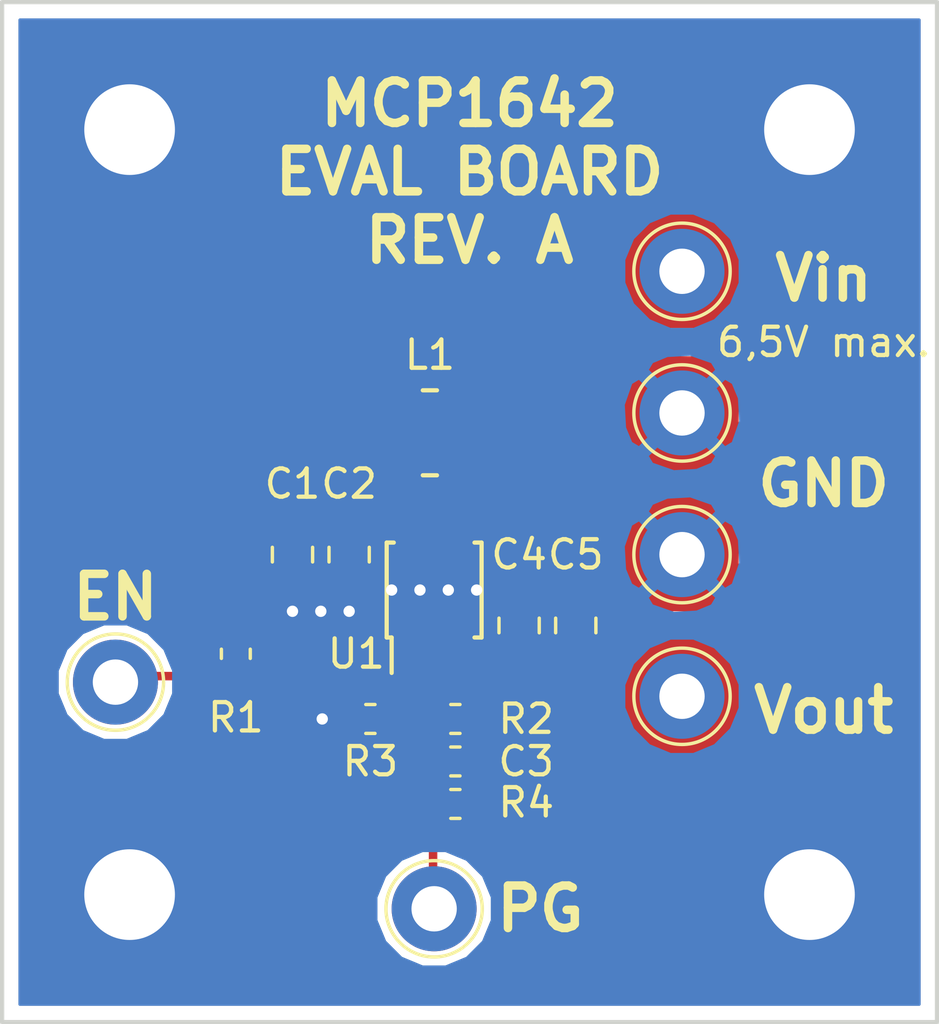
<source format=kicad_pcb>
(kicad_pcb (version 20171130) (host pcbnew 5.0.1)

  (general
    (thickness 1.6)
    (drawings 12)
    (tracks 28)
    (zones 0)
    (modules 22)
    (nets 8)
  )

  (page A4)
  (layers
    (0 F.Cu signal)
    (31 B.Cu signal)
    (32 B.Adhes user hide)
    (33 F.Adhes user hide)
    (34 B.Paste user hide)
    (35 F.Paste user hide)
    (36 B.SilkS user)
    (37 F.SilkS user)
    (38 B.Mask user)
    (39 F.Mask user)
    (40 Dwgs.User user hide)
    (41 Cmts.User user)
    (42 Eco1.User user hide)
    (43 Eco2.User user hide)
    (44 Edge.Cuts user)
    (45 Margin user)
    (46 B.CrtYd user)
    (47 F.CrtYd user)
    (48 B.Fab user hide)
    (49 F.Fab user hide)
  )

  (setup
    (last_trace_width 0.3)
    (user_trace_width 0.2)
    (user_trace_width 0.3)
    (user_trace_width 0.4)
    (user_trace_width 0.5)
    (user_trace_width 0.8)
    (user_trace_width 1)
    (user_trace_width 1.5)
    (user_trace_width 1.8)
    (trace_clearance 0.2)
    (zone_clearance 0.5)
    (zone_45_only no)
    (trace_min 0.2)
    (segment_width 0.2)
    (edge_width 0.15)
    (via_size 0.6)
    (via_drill 0.3)
    (via_min_size 0.45)
    (via_min_drill 0.2)
    (user_via 0.6 0.3)
    (user_via 0.8 0.4)
    (user_via 1 0.5)
    (user_via 1.2 0.6)
    (uvia_size 0.3)
    (uvia_drill 0.1)
    (uvias_allowed no)
    (uvia_min_size 0.2)
    (uvia_min_drill 0.1)
    (pcb_text_width 0.3)
    (pcb_text_size 1.5 1.5)
    (mod_edge_width 0.15)
    (mod_text_size 1 1)
    (mod_text_width 0.15)
    (pad_size 1.524 1.524)
    (pad_drill 0.762)
    (pad_to_mask_clearance 0.051)
    (solder_mask_min_width 0.25)
    (aux_axis_origin 0 0)
    (visible_elements 7FFFFF7F)
    (pcbplotparams
      (layerselection 0x010f0_ffffffff)
      (usegerberextensions false)
      (usegerberattributes false)
      (usegerberadvancedattributes false)
      (creategerberjobfile false)
      (excludeedgelayer true)
      (linewidth 0.100000)
      (plotframeref false)
      (viasonmask false)
      (mode 1)
      (useauxorigin false)
      (hpglpennumber 1)
      (hpglpenspeed 20)
      (hpglpendiameter 15.000000)
      (psnegative false)
      (psa4output false)
      (plotreference true)
      (plotvalue false)
      (plotinvisibletext false)
      (padsonsilk false)
      (subtractmaskfromsilk false)
      (outputformat 1)
      (mirror false)
      (drillshape 0)
      (scaleselection 1)
      (outputdirectory "/home/ondre/Dropbox/Kicad/MCP1642 Eval Board/Gerber/"))
  )

  (net 0 "")
  (net 1 GND)
  (net 2 "Net-(C3-Pad2)")
  (net 3 "Net-(L1-Pad2)")
  (net 4 /VIN)
  (net 5 /EN)
  (net 6 /VOUT)
  (net 7 /PG)

  (net_class Default "This is the default net class."
    (clearance 0.2)
    (trace_width 0.3)
    (via_dia 0.6)
    (via_drill 0.3)
    (uvia_dia 0.3)
    (uvia_drill 0.1)
    (add_net /EN)
    (add_net /PG)
    (add_net /VIN)
    (add_net /VOUT)
    (add_net GND)
    (add_net "Net-(C3-Pad2)")
    (add_net "Net-(L1-Pad2)")
  )

  (module ak:lemonhead (layer B.Cu) (tedit 0) (tstamp 5C9EC7FC)
    (at 140.5 80 180)
    (path /5C7431E0)
    (fp_text reference G1 (at 0 0 180) (layer B.SilkS) hide
      (effects (font (size 1.524 1.524) (thickness 0.3)) (justify mirror))
    )
    (fp_text value Lemonhead (at 0.75 0 180) (layer B.SilkS) hide
      (effects (font (size 1.524 1.524) (thickness 0.3)) (justify mirror))
    )
    (fp_poly (pts (xy -0.047726 -5.868521) (xy 0.141177 -5.918016) (xy 0.2032 -5.955444) (xy 0.12334 -5.99505)
      (xy -0.047012 -5.986402) (xy -0.204015 -5.940613) (xy -0.24493 -5.907476) (xy -0.203268 -5.859127)
      (xy -0.047726 -5.868521)) (layer B.Mask) (width 0.01))
    (fp_poly (pts (xy 0.4064 -5.9436) (xy 0.3556 -5.9944) (xy 0.3048 -5.9436) (xy 0.3556 -5.8928)
      (xy 0.4064 -5.9436)) (layer B.Mask) (width 0.01))
    (fp_poly (pts (xy -0.485394 3.206162) (xy -0.221516 3.093288) (xy 0.081428 3.048001) (xy 0.412259 2.961336)
      (xy 0.808143 2.719024) (xy 1.24411 2.347585) (xy 1.695188 1.873541) (xy 2.136403 1.323413)
      (xy 2.542784 0.723721) (xy 2.889359 0.100987) (xy 2.924508 0.028559) (xy 3.109175 -0.374734)
      (xy 3.221127 -0.687908) (xy 3.278108 -0.991716) (xy 3.297864 -1.36691) (xy 3.299185 -1.6764)
      (xy 3.29066 -2.140006) (xy 3.258965 -2.469529) (xy 3.189805 -2.733894) (xy 3.068888 -3.002024)
      (xy 2.996045 -3.138149) (xy 2.737757 -3.517006) (xy 2.35191 -3.962818) (xy 1.879248 -4.428683)
      (xy 1.858542 -4.447591) (xy 1.528056 -4.759779) (xy 1.269055 -5.026325) (xy 1.109898 -5.216528)
      (xy 1.074758 -5.296077) (xy 1.051655 -5.344485) (xy 0.991 -5.329841) (xy 0.83574 -5.361597)
      (xy 0.637209 -5.508801) (xy 0.612413 -5.534205) (xy 0.301239 -5.750819) (xy -0.041647 -5.769021)
      (xy -0.420151 -5.588568) (xy -0.583908 -5.459398) (xy -0.85124 -5.244022) (xy -1.219576 -4.969279)
      (xy -1.350403 -4.8768) (xy 1.0668 -4.8768) (xy 1.071444 -4.970572) (xy 1.105607 -4.9784)
      (xy 1.249237 -4.904257) (xy 1.27 -4.8768) (xy 1.265355 -4.783027) (xy 1.231192 -4.7752)
      (xy 1.087562 -4.849342) (xy 1.0668 -4.8768) (xy -1.350403 -4.8768) (xy -1.619549 -4.686548)
      (xy -1.715527 -4.621198) (xy -1.928419 -4.467211) (xy 0.9144 -4.467211) (xy 0.988873 -4.523113)
      (xy 1.0668 -4.507141) (xy 1.200481 -4.435027) (xy 1.2192 -4.408729) (xy 1.136235 -4.373213)
      (xy 1.0668 -4.3688) (xy 1.524 -4.3688) (xy 1.561173 -4.452428) (xy 1.591733 -4.436533)
      (xy 1.603892 -4.315957) (xy 1.591733 -4.301066) (xy 1.531332 -4.315013) (xy 1.524 -4.3688)
      (xy 1.0668 -4.3688) (xy 0.931568 -4.42197) (xy 0.9144 -4.467211) (xy -1.928419 -4.467211)
      (xy -2.218296 -4.25754) (xy -2.485021 -4.0132) (xy 1.9304 -4.0132) (xy 1.9812 -4.064)
      (xy 2.032 -4.0132) (xy 1.9812 -3.9624) (xy 1.9304 -4.0132) (xy -2.485021 -4.0132)
      (xy -2.585394 -3.921252) (xy -2.605817 -3.894666) (xy 1.354666 -3.894666) (xy 1.368613 -3.955067)
      (xy 1.4224 -3.9624) (xy 1.506028 -3.925226) (xy 1.490133 -3.894666) (xy 1.369557 -3.882507)
      (xy 1.354666 -3.894666) (xy -2.605817 -3.894666) (xy -2.856774 -3.567992) (xy 1.8288 -3.567992)
      (xy 1.891398 -3.623076) (xy 1.9304 -3.6068) (xy 2.028206 -3.472209) (xy 2.032 -3.442407)
      (xy 1.969401 -3.387323) (xy 1.9304 -3.4036) (xy 1.832593 -3.53819) (xy 1.8288 -3.567992)
      (xy -2.856774 -3.567992) (xy -2.866191 -3.555735) (xy -3.110053 -3.10439) (xy -3.188304 -2.932696)
      (xy -3.428801 -2.267914) (xy -3.519674 -1.666219) (xy -3.468103 -1.061458) (xy -3.416319 -0.83131)
      (xy -3.342793 -0.563265) (xy -1.717429 -0.563265) (xy -1.716828 -0.57752) (xy -1.685787 -0.620526)
      (xy -1.620852 -0.491389) (xy -1.600531 -0.4318) (xy -1.4978 -0.177164) (xy -1.41943 -0.119695)
      (xy -1.368646 -0.254463) (xy -1.348671 -0.576537) (xy -1.351426 -0.812762) (xy -1.380492 -1.207561)
      (xy -1.435931 -1.433348) (xy -1.510614 -1.480202) (xy -1.597412 -1.338201) (xy -1.638071 -1.211667)
      (xy -1.688925 -1.054895) (xy -1.711132 -1.087454) (xy -1.717073 -1.17348) (xy -1.648801 -1.439962)
      (xy -1.448629 -1.591313) (xy -1.271187 -1.604093) (xy -1.151744 -1.556953) (xy -1.083296 -1.426195)
      (xy -1.046998 -1.162787) (xy -1.036409 -0.993246) (xy -1.041019 -0.804696) (xy -0.402228 -0.804696)
      (xy -0.363465 -0.980634) (xy -0.307989 -1.016) (xy -0.251287 -0.941854) (xy -0.266451 -0.86779)
      (xy -0.27328 -0.696656) (xy -0.226771 -0.44843) (xy -0.149229 -0.200859) (xy -0.06296 -0.031689)
      (xy -0.017521 -0.000131) (xy 0.01514 -0.093502) (xy 0.039299 -0.340362) (xy 0.050502 -0.691044)
      (xy 0.0508 -0.762141) (xy 0.04264 -1.194786) (xy 0.014466 -1.437512) (xy -0.039268 -1.503087)
      (xy -0.124106 -1.404276) (xy -0.180798 -1.2954) (xy -0.262878 -1.157663) (xy -0.29572 -1.204139)
      (xy -0.297924 -1.237342) (xy -0.242652 -1.416617) (xy -0.109613 -1.607942) (xy 0.034688 -1.721491)
      (xy 0.064736 -1.7272) (xy 0.184223 -1.684785) (xy 0.311479 -1.622025) (xy 0.438905 -1.501432)
      (xy 0.497555 -1.280913) (xy 0.508 -1.027586) (xy 0.472066 -0.545193) (xy 0.375823 -0.175071)
      (xy 0.236611 0.065789) (xy 0.071767 0.160394) (xy -0.101369 0.091754) (xy -0.265459 -0.157124)
      (xy -0.298444 -0.237281) (xy -0.3803 -0.536208) (xy -0.402228 -0.804696) (xy -1.041019 -0.804696)
      (xy -1.048069 -0.516448) (xy -1.134956 -0.183741) (xy -1.289982 -0.016126) (xy -1.371601 0)
      (xy -1.537624 -0.088492) (xy -1.668387 -0.302154) (xy -1.717429 -0.563265) (xy -3.342793 -0.563265)
      (xy -3.283422 -0.346826) (xy -3.146037 0.045842) (xy -2.978125 0.387147) (xy -2.753646 0.717537)
      (xy -2.446558 1.077463) (xy -2.030823 1.507376) (xy -1.768468 1.766202) (xy 1.050523 1.766202)
      (xy 1.0668 1.7272) (xy 1.20139 1.629394) (xy 1.231192 1.6256) (xy 1.284322 1.685979)
      (xy 1.452539 1.685979) (xy 1.524 1.6256) (xy 1.686115 1.534221) (xy 1.707714 1.568637)
      (xy 1.6764 1.6256) (xy 1.528021 1.722199) (xy 1.492603 1.725645) (xy 1.452539 1.685979)
      (xy 1.284322 1.685979) (xy 1.286276 1.688199) (xy 1.27 1.7272) (xy 1.135409 1.825007)
      (xy 1.105607 1.8288) (xy 1.050523 1.766202) (xy -1.768468 1.766202) (xy -1.7018 1.831973)
      (xy -1.280303 2.252875) (xy -1.259301 2.275621) (xy 0.452151 2.275621) (xy 0.508 2.1844)
      (xy 0.660982 2.056333) (xy 0.73608 2.032) (xy 0.767048 2.09318) (xy 0.7112 2.1844)
      (xy 0.587307 2.288116) (xy 0.87015 2.288116) (xy 0.904648 2.188773) (xy 0.940326 2.129841)
      (xy 1.058912 1.960272) (xy 1.109223 1.962485) (xy 1.1176 2.07193) (xy 1.03571 2.229113)
      (xy 0.966686 2.271371) (xy 0.87015 2.288116) (xy 0.587307 2.288116) (xy 0.558217 2.312468)
      (xy 0.483119 2.3368) (xy 0.452151 2.275621) (xy -1.259301 2.275621) (xy -0.991218 2.565957)
      (xy -0.936638 2.637163) (xy 0.352857 2.637163) (xy 0.386303 2.560603) (xy 0.502003 2.54)
      (xy 0.670609 2.556364) (xy 0.7112 2.57993) (xy 0.631047 2.656825) (xy 0.471446 2.682794)
      (xy 0.353686 2.638465) (xy 0.352857 2.637163) (xy -0.936638 2.637163) (xy -0.813995 2.797162)
      (xy -0.728079 2.972431) (xy -0.7112 3.082334) (xy -0.698832 3.2757) (xy -0.625539 3.29574)
      (xy -0.485394 3.206162)) (layer B.Mask) (width 0.01))
    (fp_poly (pts (xy -1.016 -5.2324) (xy -1.0668 -5.2832) (xy -1.1176 -5.2324) (xy -1.0668 -5.1816)
      (xy -1.016 -5.2324)) (layer B.Mask) (width 0.01))
    (fp_poly (pts (xy -1.170212 3.738836) (xy -1.170964 3.717605) (xy -1.360355 3.668665) (xy -1.394456 3.660553)
      (xy -1.662963 3.570577) (xy -1.924277 3.443005) (xy -2.123871 3.310382) (xy -2.207219 3.205251)
      (xy -2.198519 3.180652) (xy -2.084294 3.189864) (xy -1.852082 3.273102) (xy -1.684088 3.349079)
      (xy -1.323757 3.499889) (xy -1.093308 3.550886) (xy -1.008024 3.510134) (xy -1.083188 3.385696)
      (xy -1.334081 3.185636) (xy -1.351676 3.173683) (xy -1.781821 2.936138) (xy -2.167764 2.846934)
      (xy -2.240294 2.8448) (xy -2.492947 2.863636) (xy -2.632161 2.910618) (xy -2.6416 2.92869)
      (xy -2.555563 3.096693) (xy -2.335242 3.298132) (xy -2.037326 3.497021) (xy -1.718505 3.65737)
      (xy -1.435467 3.74319) (xy -1.349775 3.748801) (xy -1.170212 3.738836)) (layer B.Mask) (width 0.01))
    (fp_poly (pts (xy 1.064052 3.843023) (xy 1.27166 3.713843) (xy 1.29176 3.697886) (xy 1.5748 3.470734)
      (xy 1.299377 3.364994) (xy 0.941276 3.26897) (xy 0.511254 3.210529) (xy 0.098538 3.197345)
      (xy -0.2032 3.235747) (xy -0.369479 3.297036) (xy -0.353352 3.347191) (xy -0.271091 3.382878)
      (xy -0.015625 3.441518) (xy 0.154713 3.4544) (xy 0.370491 3.498747) (xy 0.465891 3.570063)
      (xy 0.456868 3.623734) (xy 0.643466 3.623734) (xy 0.657413 3.563333) (xy 0.7112 3.556)
      (xy 0.794828 3.593174) (xy 0.778933 3.623734) (xy 0.658357 3.635893) (xy 0.643466 3.623734)
      (xy 0.456868 3.623734) (xy 0.454672 3.636791) (xy 0.281318 3.635532) (xy 0.141687 3.612957)
      (xy -0.100378 3.578124) (xy -0.174629 3.600889) (xy -0.129415 3.667599) (xy 0.039545 3.754385)
      (xy 0.328925 3.831643) (xy 0.501945 3.860024) (xy 0.837074 3.885675) (xy 1.064052 3.843023)) (layer B.Mask) (width 0.01))
    (fp_poly (pts (xy 0.706911 5.339168) (xy 0.735226 5.15949) (xy 0.644586 4.883533) (xy 0.460027 4.558392)
      (xy 0.206583 4.231167) (xy 0.015587 4.0386) (xy -0.281335 3.791828) (xy -0.471556 3.677804)
      (xy -0.543264 3.699173) (xy -0.484647 3.858583) (xy -0.437814 3.937) (xy -0.269021 4.182198)
      (xy -0.03847 4.491165) (xy 0.084767 4.6482) (xy 0.254328 4.882797) (xy 0.332279 5.039619)
      (xy 0.316485 5.08) (xy 0.207307 5.002705) (xy 0.019595 4.797566) (xy -0.21083 4.504706)
      (xy -0.27236 4.420473) (xy -0.497852 4.119927) (xy -0.678045 3.903743) (xy -0.782211 3.808018)
      (xy -0.793827 3.80796) (xy -0.811114 3.950346) (xy -0.748491 4.20629) (xy -0.63003 4.514772)
      (xy -0.479805 4.814771) (xy -0.321888 5.045267) (xy -0.293856 5.075314) (xy -0.020799 5.276524)
      (xy 0.282299 5.395753) (xy 0.550916 5.41599) (xy 0.706911 5.339168)) (layer B.Mask) (width 0.01))
  )

  (module MountingHole:MountingHole_3.2mm_M3_Pad (layer F.Cu) (tedit 5C73C1C4) (tstamp 5C920B6C)
    (at 153.5 77.5)
    (descr "Mounting Hole 3.2mm, M3")
    (tags "mounting hole 3.2mm m3")
    (path /5C7429FE)
    (zone_connect 2)
    (attr virtual)
    (fp_text reference H1 (at 0 -4.2) (layer F.SilkS) hide
      (effects (font (size 1 1) (thickness 0.15)))
    )
    (fp_text value MountingHole_Pad (at 0 4.2) (layer F.Fab)
      (effects (font (size 1 1) (thickness 0.15)))
    )
    (fp_circle (center 0 0) (end 3.45 0) (layer F.CrtYd) (width 0.05))
    (fp_circle (center 0 0) (end 3.2 0) (layer Cmts.User) (width 0.15))
    (fp_text user %R (at 0.3 0) (layer F.Fab)
      (effects (font (size 1 1) (thickness 0.15)))
    )
    (pad 1 thru_hole circle (at 0 0) (size 6.4 6.4) (drill 3.2) (layers *.Cu *.Mask)
      (net 1 GND) (zone_connect 2))
  )

  (module MountingHole:MountingHole_3.2mm_M3_Pad (layer F.Cu) (tedit 5C73C1CA) (tstamp 5C920B65)
    (at 153.5 104.5)
    (descr "Mounting Hole 3.2mm, M3")
    (tags "mounting hole 3.2mm m3")
    (path /5C742A0B)
    (zone_connect 2)
    (attr virtual)
    (fp_text reference H2 (at 0 -4.2) (layer F.SilkS) hide
      (effects (font (size 1 1) (thickness 0.15)))
    )
    (fp_text value MountingHole_Pad (at 0 4.2) (layer F.Fab)
      (effects (font (size 1 1) (thickness 0.15)))
    )
    (fp_text user %R (at 0.3 0) (layer F.Fab)
      (effects (font (size 1 1) (thickness 0.15)))
    )
    (fp_circle (center 0 0) (end 3.2 0) (layer Cmts.User) (width 0.15))
    (fp_circle (center 0 0) (end 3.45 0) (layer F.CrtYd) (width 0.05))
    (pad 1 thru_hole circle (at 0 0) (size 6.4 6.4) (drill 3.2) (layers *.Cu *.Mask)
      (net 1 GND) (zone_connect 2))
  )

  (module MountingHole:MountingHole_3.2mm_M3_Pad (layer F.Cu) (tedit 5C73C1CD) (tstamp 5C920B5E)
    (at 129.5 104.5)
    (descr "Mounting Hole 3.2mm, M3")
    (tags "mounting hole 3.2mm m3")
    (path /5C742161)
    (zone_connect 2)
    (attr virtual)
    (fp_text reference H3 (at 0 -4.2) (layer F.SilkS) hide
      (effects (font (size 1 1) (thickness 0.15)))
    )
    (fp_text value MountingHole_Pad (at 0 4.2) (layer F.Fab)
      (effects (font (size 1 1) (thickness 0.15)))
    )
    (fp_circle (center 0 0) (end 3.45 0) (layer F.CrtYd) (width 0.05))
    (fp_circle (center 0 0) (end 3.2 0) (layer Cmts.User) (width 0.15))
    (fp_text user %R (at 0.3 0) (layer F.Fab)
      (effects (font (size 1 1) (thickness 0.15)))
    )
    (pad 1 thru_hole circle (at 0 0) (size 6.4 6.4) (drill 3.2) (layers *.Cu *.Mask)
      (net 1 GND) (zone_connect 2))
  )

  (module MountingHole:MountingHole_3.2mm_M3_Pad (layer F.Cu) (tedit 5C73C1BA) (tstamp 5C920B57)
    (at 129.5 77.5)
    (descr "Mounting Hole 3.2mm, M3")
    (tags "mounting hole 3.2mm m3")
    (path /5C74222C)
    (zone_connect 2)
    (attr virtual)
    (fp_text reference H4 (at 0 -4.2) (layer F.SilkS) hide
      (effects (font (size 1 1) (thickness 0.15)))
    )
    (fp_text value MountingHole_Pad (at 0 4.2) (layer F.Fab)
      (effects (font (size 1 1) (thickness 0.15)))
    )
    (fp_text user %R (at 0.3 0) (layer F.Fab)
      (effects (font (size 1 1) (thickness 0.15)))
    )
    (fp_circle (center 0 0) (end 3.2 0) (layer Cmts.User) (width 0.15))
    (fp_circle (center 0 0) (end 3.45 0) (layer F.CrtYd) (width 0.05))
    (pad 1 thru_hole circle (at 0 0) (size 6.4 6.4) (drill 3.2) (layers *.Cu *.Mask)
      (net 1 GND) (zone_connect 2))
  )

  (module TestPoint:TestPoint_Loop_D2.60mm_Drill1.6mm_Beaded (layer F.Cu) (tedit 5C73C386) (tstamp 5C91D88E)
    (at 140.25 105)
    (descr "wire loop with bead as test point, loop diameter2.6mm, hole diameter 1.6mm")
    (tags "test point wire loop bead")
    (path /5C732F4F)
    (fp_text reference J6 (at 0.7 2.5) (layer F.SilkS) hide
      (effects (font (size 1 1) (thickness 0.15)))
    )
    (fp_text value PG (at 0 -2.8) (layer F.Fab)
      (effects (font (size 1 1) (thickness 0.15)))
    )
    (fp_text user %R (at 0.7 2.5) (layer F.Fab)
      (effects (font (size 1 1) (thickness 0.15)))
    )
    (fp_circle (center 0 0) (end 1.5 0) (layer F.Fab) (width 0.12))
    (fp_circle (center 0 0) (end 1.7 0) (layer F.SilkS) (width 0.12))
    (fp_circle (center 0 0) (end 2 0) (layer F.CrtYd) (width 0.05))
    (fp_line (start 1.3 -0.3) (end -1.3 -0.3) (layer F.Fab) (width 0.12))
    (fp_line (start 1.3 0.3) (end 1.3 -0.3) (layer F.Fab) (width 0.12))
    (fp_line (start -1.3 0.3) (end 1.3 0.3) (layer F.Fab) (width 0.12))
    (fp_line (start -1.3 -0.3) (end -1.3 0.3) (layer F.Fab) (width 0.12))
    (pad 1 thru_hole circle (at 0 0) (size 3 3) (drill 1.6) (layers *.Cu *.Mask)
      (net 7 /PG))
    (model ${KISYS3DMOD}/TestPoint.3dshapes/TestPoint_Loop_D2.60mm_Drill1.6mm_Beaded.wrl
      (at (xyz 0 0 0))
      (scale (xyz 1 1 1))
      (rotate (xyz 0 0 0))
    )
  )

  (module TestPoint:TestPoint_Loop_D2.60mm_Drill1.6mm_Beaded (layer F.Cu) (tedit 5C73C377) (tstamp 5C91D882)
    (at 149 87.5)
    (descr "wire loop with bead as test point, loop diameter2.6mm, hole diameter 1.6mm")
    (tags "test point wire loop bead")
    (path /5C732CE7)
    (fp_text reference J5 (at 0.7 2.5) (layer F.SilkS) hide
      (effects (font (size 1 1) (thickness 0.15)))
    )
    (fp_text value GND (at 0 -2.8) (layer F.Fab)
      (effects (font (size 1 1) (thickness 0.15)))
    )
    (fp_line (start -1.3 -0.3) (end -1.3 0.3) (layer F.Fab) (width 0.12))
    (fp_line (start -1.3 0.3) (end 1.3 0.3) (layer F.Fab) (width 0.12))
    (fp_line (start 1.3 0.3) (end 1.3 -0.3) (layer F.Fab) (width 0.12))
    (fp_line (start 1.3 -0.3) (end -1.3 -0.3) (layer F.Fab) (width 0.12))
    (fp_circle (center 0 0) (end 2 0) (layer F.CrtYd) (width 0.05))
    (fp_circle (center 0 0) (end 1.7 0) (layer F.SilkS) (width 0.12))
    (fp_circle (center 0 0) (end 1.5 0) (layer F.Fab) (width 0.12))
    (fp_text user %R (at 0.7 2.5) (layer F.Fab)
      (effects (font (size 1 1) (thickness 0.15)))
    )
    (pad 1 thru_hole circle (at 0 0) (size 3 3) (drill 1.6) (layers *.Cu *.Mask)
      (net 1 GND))
    (model ${KISYS3DMOD}/TestPoint.3dshapes/TestPoint_Loop_D2.60mm_Drill1.6mm_Beaded.wrl
      (at (xyz 0 0 0))
      (scale (xyz 1 1 1))
      (rotate (xyz 0 0 0))
    )
  )

  (module TestPoint:TestPoint_Loop_D2.60mm_Drill1.6mm_Beaded (layer F.Cu) (tedit 5C73C37B) (tstamp 5C923898)
    (at 149 97.5)
    (descr "wire loop with bead as test point, loop diameter2.6mm, hole diameter 1.6mm")
    (tags "test point wire loop bead")
    (path /5C732E35)
    (fp_text reference J4 (at 0.7 2.5) (layer F.SilkS) hide
      (effects (font (size 1 1) (thickness 0.15)))
    )
    (fp_text value VOUT (at 0 -2.8) (layer F.Fab)
      (effects (font (size 1 1) (thickness 0.15)))
    )
    (fp_text user %R (at 0.7 2.5) (layer F.Fab)
      (effects (font (size 1 1) (thickness 0.15)))
    )
    (fp_circle (center 0 0) (end 1.5 0) (layer F.Fab) (width 0.12))
    (fp_circle (center 0 0) (end 1.7 0) (layer F.SilkS) (width 0.12))
    (fp_circle (center 0 0) (end 2 0) (layer F.CrtYd) (width 0.05))
    (fp_line (start 1.3 -0.3) (end -1.3 -0.3) (layer F.Fab) (width 0.12))
    (fp_line (start 1.3 0.3) (end 1.3 -0.3) (layer F.Fab) (width 0.12))
    (fp_line (start -1.3 0.3) (end 1.3 0.3) (layer F.Fab) (width 0.12))
    (fp_line (start -1.3 -0.3) (end -1.3 0.3) (layer F.Fab) (width 0.12))
    (pad 1 thru_hole circle (at 0 0) (size 3 3) (drill 1.6) (layers *.Cu *.Mask)
      (net 6 /VOUT))
    (model ${KISYS3DMOD}/TestPoint.3dshapes/TestPoint_Loop_D2.60mm_Drill1.6mm_Beaded.wrl
      (at (xyz 0 0 0))
      (scale (xyz 1 1 1))
      (rotate (xyz 0 0 0))
    )
  )

  (module TestPoint:TestPoint_Loop_D2.60mm_Drill1.6mm_Beaded (layer F.Cu) (tedit 5C73C388) (tstamp 5C921FC2)
    (at 129 97)
    (descr "wire loop with bead as test point, loop diameter2.6mm, hole diameter 1.6mm")
    (tags "test point wire loop bead")
    (path /5C732C61)
    (fp_text reference J3 (at 0.7 2.5) (layer F.SilkS) hide
      (effects (font (size 1 1) (thickness 0.15)))
    )
    (fp_text value EN (at 0 -2.8) (layer F.Fab)
      (effects (font (size 1 1) (thickness 0.15)))
    )
    (fp_line (start -1.3 -0.3) (end -1.3 0.3) (layer F.Fab) (width 0.12))
    (fp_line (start -1.3 0.3) (end 1.3 0.3) (layer F.Fab) (width 0.12))
    (fp_line (start 1.3 0.3) (end 1.3 -0.3) (layer F.Fab) (width 0.12))
    (fp_line (start 1.3 -0.3) (end -1.3 -0.3) (layer F.Fab) (width 0.12))
    (fp_circle (center 0 0) (end 2 0) (layer F.CrtYd) (width 0.05))
    (fp_circle (center 0 0) (end 1.7 0) (layer F.SilkS) (width 0.12))
    (fp_circle (center 0 0) (end 1.5 0) (layer F.Fab) (width 0.12))
    (fp_text user %R (at 0.7 2.5) (layer F.Fab)
      (effects (font (size 1 1) (thickness 0.15)))
    )
    (pad 1 thru_hole circle (at 0 0) (size 3 3) (drill 1.6) (layers *.Cu *.Mask)
      (net 5 /EN))
    (model ${KISYS3DMOD}/TestPoint.3dshapes/TestPoint_Loop_D2.60mm_Drill1.6mm_Beaded.wrl
      (at (xyz 0 0 0))
      (scale (xyz 1 1 1))
      (rotate (xyz 0 0 0))
    )
  )

  (module TestPoint:TestPoint_Loop_D2.60mm_Drill1.6mm_Beaded (layer F.Cu) (tedit 5C73C379) (tstamp 5C91D85E)
    (at 149 92.5)
    (descr "wire loop with bead as test point, loop diameter2.6mm, hole diameter 1.6mm")
    (tags "test point wire loop bead")
    (path /5C734555)
    (fp_text reference J2 (at 0.7 2.5) (layer F.SilkS) hide
      (effects (font (size 1 1) (thickness 0.15)))
    )
    (fp_text value GND (at 0 -2.8) (layer F.Fab)
      (effects (font (size 1 1) (thickness 0.15)))
    )
    (fp_text user %R (at 0.7 2.5) (layer F.Fab)
      (effects (font (size 1 1) (thickness 0.15)))
    )
    (fp_circle (center 0 0) (end 1.5 0) (layer F.Fab) (width 0.12))
    (fp_circle (center 0 0) (end 1.7 0) (layer F.SilkS) (width 0.12))
    (fp_circle (center 0 0) (end 2 0) (layer F.CrtYd) (width 0.05))
    (fp_line (start 1.3 -0.3) (end -1.3 -0.3) (layer F.Fab) (width 0.12))
    (fp_line (start 1.3 0.3) (end 1.3 -0.3) (layer F.Fab) (width 0.12))
    (fp_line (start -1.3 0.3) (end 1.3 0.3) (layer F.Fab) (width 0.12))
    (fp_line (start -1.3 -0.3) (end -1.3 0.3) (layer F.Fab) (width 0.12))
    (pad 1 thru_hole circle (at 0 0) (size 3 3) (drill 1.6) (layers *.Cu *.Mask)
      (net 1 GND))
    (model ${KISYS3DMOD}/TestPoint.3dshapes/TestPoint_Loop_D2.60mm_Drill1.6mm_Beaded.wrl
      (at (xyz 0 0 0))
      (scale (xyz 1 1 1))
      (rotate (xyz 0 0 0))
    )
  )

  (module TestPoint:TestPoint_Loop_D2.60mm_Drill1.6mm_Beaded (layer F.Cu) (tedit 5C73C375) (tstamp 5C91D852)
    (at 149 82.5)
    (descr "wire loop with bead as test point, loop diameter2.6mm, hole diameter 1.6mm")
    (tags "test point wire loop bead")
    (path /5C7329DB)
    (fp_text reference J1 (at 0.7 2.5) (layer F.SilkS) hide
      (effects (font (size 1 1) (thickness 0.15)))
    )
    (fp_text value VIN (at 0 -2.8) (layer F.Fab)
      (effects (font (size 1 1) (thickness 0.15)))
    )
    (fp_line (start -1.3 -0.3) (end -1.3 0.3) (layer F.Fab) (width 0.12))
    (fp_line (start -1.3 0.3) (end 1.3 0.3) (layer F.Fab) (width 0.12))
    (fp_line (start 1.3 0.3) (end 1.3 -0.3) (layer F.Fab) (width 0.12))
    (fp_line (start 1.3 -0.3) (end -1.3 -0.3) (layer F.Fab) (width 0.12))
    (fp_circle (center 0 0) (end 2 0) (layer F.CrtYd) (width 0.05))
    (fp_circle (center 0 0) (end 1.7 0) (layer F.SilkS) (width 0.12))
    (fp_circle (center 0 0) (end 1.5 0) (layer F.Fab) (width 0.12))
    (fp_text user %R (at 0.7 2.5) (layer F.Fab)
      (effects (font (size 1 1) (thickness 0.15)))
    )
    (pad 1 thru_hole circle (at 0 0) (size 3 3) (drill 1.6) (layers *.Cu *.Mask)
      (net 4 /VIN))
    (model ${KISYS3DMOD}/TestPoint.3dshapes/TestPoint_Loop_D2.60mm_Drill1.6mm_Beaded.wrl
      (at (xyz 0 0 0))
      (scale (xyz 1 1 1))
      (rotate (xyz 0 0 0))
    )
  )

  (module Resistor_SMD:R_0603_1608Metric (layer F.Cu) (tedit 5B301BBD) (tstamp 5C88F1B1)
    (at 141 98.3 180)
    (descr "Resistor SMD 0603 (1608 Metric), square (rectangular) end terminal, IPC_7351 nominal, (Body size source: http://www.tortai-tech.com/upload/download/2011102023233369053.pdf), generated with kicad-footprint-generator")
    (tags resistor)
    (path /5C5F64D9)
    (attr smd)
    (fp_text reference R2 (at -2.5 0 180) (layer F.SilkS)
      (effects (font (size 1 1) (thickness 0.15)))
    )
    (fp_text value R (at 0 1.43 180) (layer F.Fab)
      (effects (font (size 1 1) (thickness 0.15)))
    )
    (fp_line (start -0.8 0.4) (end -0.8 -0.4) (layer F.Fab) (width 0.1))
    (fp_line (start -0.8 -0.4) (end 0.8 -0.4) (layer F.Fab) (width 0.1))
    (fp_line (start 0.8 -0.4) (end 0.8 0.4) (layer F.Fab) (width 0.1))
    (fp_line (start 0.8 0.4) (end -0.8 0.4) (layer F.Fab) (width 0.1))
    (fp_line (start -0.162779 -0.51) (end 0.162779 -0.51) (layer F.SilkS) (width 0.12))
    (fp_line (start -0.162779 0.51) (end 0.162779 0.51) (layer F.SilkS) (width 0.12))
    (fp_line (start -1.48 0.73) (end -1.48 -0.73) (layer F.CrtYd) (width 0.05))
    (fp_line (start -1.48 -0.73) (end 1.48 -0.73) (layer F.CrtYd) (width 0.05))
    (fp_line (start 1.48 -0.73) (end 1.48 0.73) (layer F.CrtYd) (width 0.05))
    (fp_line (start 1.48 0.73) (end -1.48 0.73) (layer F.CrtYd) (width 0.05))
    (fp_text user %R (at 0 0 180) (layer F.Fab)
      (effects (font (size 0.4 0.4) (thickness 0.06)))
    )
    (pad 1 smd roundrect (at -0.7875 0 180) (size 0.875 0.95) (layers F.Cu F.Paste F.Mask) (roundrect_rratio 0.25)
      (net 6 /VOUT))
    (pad 2 smd roundrect (at 0.7875 0 180) (size 0.875 0.95) (layers F.Cu F.Paste F.Mask) (roundrect_rratio 0.25)
      (net 2 "Net-(C3-Pad2)"))
    (model ${KISYS3DMOD}/Resistor_SMD.3dshapes/R_0603_1608Metric.wrl
      (at (xyz 0 0 0))
      (scale (xyz 1 1 1))
      (rotate (xyz 0 0 0))
    )
  )

  (module Capacitor_SMD:C_0805_2012Metric (layer F.Cu) (tedit 5B36C52B) (tstamp 5C88F066)
    (at 135.25 92.5 270)
    (descr "Capacitor SMD 0805 (2012 Metric), square (rectangular) end terminal, IPC_7351 nominal, (Body size source: https://docs.google.com/spreadsheets/d/1BsfQQcO9C6DZCsRaXUlFlo91Tg2WpOkGARC1WS5S8t0/edit?usp=sharing), generated with kicad-footprint-generator")
    (tags capacitor)
    (path /5C730351)
    (attr smd)
    (fp_text reference C1 (at -2.5 0) (layer F.SilkS)
      (effects (font (size 1 1) (thickness 0.15)))
    )
    (fp_text value 4.7uF (at 0 1.65 270) (layer F.Fab)
      (effects (font (size 1 1) (thickness 0.15)))
    )
    (fp_text user %R (at 0 0 270) (layer F.Fab)
      (effects (font (size 0.5 0.5) (thickness 0.08)))
    )
    (fp_line (start 1.68 0.95) (end -1.68 0.95) (layer F.CrtYd) (width 0.05))
    (fp_line (start 1.68 -0.95) (end 1.68 0.95) (layer F.CrtYd) (width 0.05))
    (fp_line (start -1.68 -0.95) (end 1.68 -0.95) (layer F.CrtYd) (width 0.05))
    (fp_line (start -1.68 0.95) (end -1.68 -0.95) (layer F.CrtYd) (width 0.05))
    (fp_line (start -0.258578 0.71) (end 0.258578 0.71) (layer F.SilkS) (width 0.12))
    (fp_line (start -0.258578 -0.71) (end 0.258578 -0.71) (layer F.SilkS) (width 0.12))
    (fp_line (start 1 0.6) (end -1 0.6) (layer F.Fab) (width 0.1))
    (fp_line (start 1 -0.6) (end 1 0.6) (layer F.Fab) (width 0.1))
    (fp_line (start -1 -0.6) (end 1 -0.6) (layer F.Fab) (width 0.1))
    (fp_line (start -1 0.6) (end -1 -0.6) (layer F.Fab) (width 0.1))
    (pad 2 smd roundrect (at 0.9375 0 270) (size 0.975 1.4) (layers F.Cu F.Paste F.Mask) (roundrect_rratio 0.25)
      (net 1 GND))
    (pad 1 smd roundrect (at -0.9375 0 270) (size 0.975 1.4) (layers F.Cu F.Paste F.Mask) (roundrect_rratio 0.25)
      (net 4 /VIN))
    (model ${KISYS3DMOD}/Capacitor_SMD.3dshapes/C_0805_2012Metric.wrl
      (at (xyz 0 0 0))
      (scale (xyz 1 1 1))
      (rotate (xyz 0 0 0))
    )
  )

  (module Capacitor_SMD:C_0805_2012Metric (layer F.Cu) (tedit 5B36C52B) (tstamp 5C88EF5F)
    (at 137.25 92.5 270)
    (descr "Capacitor SMD 0805 (2012 Metric), square (rectangular) end terminal, IPC_7351 nominal, (Body size source: https://docs.google.com/spreadsheets/d/1BsfQQcO9C6DZCsRaXUlFlo91Tg2WpOkGARC1WS5S8t0/edit?usp=sharing), generated with kicad-footprint-generator")
    (tags capacitor)
    (path /5C5F63A1)
    (attr smd)
    (fp_text reference C2 (at -2.5 0) (layer F.SilkS)
      (effects (font (size 1 1) (thickness 0.15)))
    )
    (fp_text value 4.7uF (at 0 1.65 270) (layer F.Fab)
      (effects (font (size 1 1) (thickness 0.15)))
    )
    (fp_line (start -1 0.6) (end -1 -0.6) (layer F.Fab) (width 0.1))
    (fp_line (start -1 -0.6) (end 1 -0.6) (layer F.Fab) (width 0.1))
    (fp_line (start 1 -0.6) (end 1 0.6) (layer F.Fab) (width 0.1))
    (fp_line (start 1 0.6) (end -1 0.6) (layer F.Fab) (width 0.1))
    (fp_line (start -0.258578 -0.71) (end 0.258578 -0.71) (layer F.SilkS) (width 0.12))
    (fp_line (start -0.258578 0.71) (end 0.258578 0.71) (layer F.SilkS) (width 0.12))
    (fp_line (start -1.68 0.95) (end -1.68 -0.95) (layer F.CrtYd) (width 0.05))
    (fp_line (start -1.68 -0.95) (end 1.68 -0.95) (layer F.CrtYd) (width 0.05))
    (fp_line (start 1.68 -0.95) (end 1.68 0.95) (layer F.CrtYd) (width 0.05))
    (fp_line (start 1.68 0.95) (end -1.68 0.95) (layer F.CrtYd) (width 0.05))
    (fp_text user %R (at 0 0 270) (layer F.Fab)
      (effects (font (size 0.5 0.5) (thickness 0.08)))
    )
    (pad 1 smd roundrect (at -0.9375 0 270) (size 0.975 1.4) (layers F.Cu F.Paste F.Mask) (roundrect_rratio 0.25)
      (net 4 /VIN))
    (pad 2 smd roundrect (at 0.9375 0 270) (size 0.975 1.4) (layers F.Cu F.Paste F.Mask) (roundrect_rratio 0.25)
      (net 1 GND))
    (model ${KISYS3DMOD}/Capacitor_SMD.3dshapes/C_0805_2012Metric.wrl
      (at (xyz 0 0 0))
      (scale (xyz 1 1 1))
      (rotate (xyz 0 0 0))
    )
  )

  (module Capacitor_SMD:C_0805_2012Metric (layer F.Cu) (tedit 5B36C52B) (tstamp 5C88EF4F)
    (at 143.25 95 90)
    (descr "Capacitor SMD 0805 (2012 Metric), square (rectangular) end terminal, IPC_7351 nominal, (Body size source: https://docs.google.com/spreadsheets/d/1BsfQQcO9C6DZCsRaXUlFlo91Tg2WpOkGARC1WS5S8t0/edit?usp=sharing), generated with kicad-footprint-generator")
    (tags capacitor)
    (path /5C5F90D2)
    (attr smd)
    (fp_text reference C4 (at 2.5 0 180) (layer F.SilkS)
      (effects (font (size 1 1) (thickness 0.15)))
    )
    (fp_text value 4.7uF (at 0 1.65 90) (layer F.Fab)
      (effects (font (size 1 1) (thickness 0.15)))
    )
    (fp_text user %R (at 0 0 90) (layer F.Fab)
      (effects (font (size 0.5 0.5) (thickness 0.08)))
    )
    (fp_line (start 1.68 0.95) (end -1.68 0.95) (layer F.CrtYd) (width 0.05))
    (fp_line (start 1.68 -0.95) (end 1.68 0.95) (layer F.CrtYd) (width 0.05))
    (fp_line (start -1.68 -0.95) (end 1.68 -0.95) (layer F.CrtYd) (width 0.05))
    (fp_line (start -1.68 0.95) (end -1.68 -0.95) (layer F.CrtYd) (width 0.05))
    (fp_line (start -0.258578 0.71) (end 0.258578 0.71) (layer F.SilkS) (width 0.12))
    (fp_line (start -0.258578 -0.71) (end 0.258578 -0.71) (layer F.SilkS) (width 0.12))
    (fp_line (start 1 0.6) (end -1 0.6) (layer F.Fab) (width 0.1))
    (fp_line (start 1 -0.6) (end 1 0.6) (layer F.Fab) (width 0.1))
    (fp_line (start -1 -0.6) (end 1 -0.6) (layer F.Fab) (width 0.1))
    (fp_line (start -1 0.6) (end -1 -0.6) (layer F.Fab) (width 0.1))
    (pad 2 smd roundrect (at 0.9375 0 90) (size 0.975 1.4) (layers F.Cu F.Paste F.Mask) (roundrect_rratio 0.25)
      (net 1 GND))
    (pad 1 smd roundrect (at -0.9375 0 90) (size 0.975 1.4) (layers F.Cu F.Paste F.Mask) (roundrect_rratio 0.25)
      (net 6 /VOUT))
    (model ${KISYS3DMOD}/Capacitor_SMD.3dshapes/C_0805_2012Metric.wrl
      (at (xyz 0 0 0))
      (scale (xyz 1 1 1))
      (rotate (xyz 0 0 0))
    )
  )

  (module Capacitor_SMD:C_0805_2012Metric (layer F.Cu) (tedit 5B36C52B) (tstamp 5C88EF3F)
    (at 145.25 95 90)
    (descr "Capacitor SMD 0805 (2012 Metric), square (rectangular) end terminal, IPC_7351 nominal, (Body size source: https://docs.google.com/spreadsheets/d/1BsfQQcO9C6DZCsRaXUlFlo91Tg2WpOkGARC1WS5S8t0/edit?usp=sharing), generated with kicad-footprint-generator")
    (tags capacitor)
    (path /5C730389)
    (attr smd)
    (fp_text reference C5 (at 2.5 0 180) (layer F.SilkS)
      (effects (font (size 1 1) (thickness 0.15)))
    )
    (fp_text value 4.7uF (at 0 1.65 90) (layer F.Fab)
      (effects (font (size 1 1) (thickness 0.15)))
    )
    (fp_line (start -1 0.6) (end -1 -0.6) (layer F.Fab) (width 0.1))
    (fp_line (start -1 -0.6) (end 1 -0.6) (layer F.Fab) (width 0.1))
    (fp_line (start 1 -0.6) (end 1 0.6) (layer F.Fab) (width 0.1))
    (fp_line (start 1 0.6) (end -1 0.6) (layer F.Fab) (width 0.1))
    (fp_line (start -0.258578 -0.71) (end 0.258578 -0.71) (layer F.SilkS) (width 0.12))
    (fp_line (start -0.258578 0.71) (end 0.258578 0.71) (layer F.SilkS) (width 0.12))
    (fp_line (start -1.68 0.95) (end -1.68 -0.95) (layer F.CrtYd) (width 0.05))
    (fp_line (start -1.68 -0.95) (end 1.68 -0.95) (layer F.CrtYd) (width 0.05))
    (fp_line (start 1.68 -0.95) (end 1.68 0.95) (layer F.CrtYd) (width 0.05))
    (fp_line (start 1.68 0.95) (end -1.68 0.95) (layer F.CrtYd) (width 0.05))
    (fp_text user %R (at 0 0 90) (layer F.Fab)
      (effects (font (size 0.5 0.5) (thickness 0.08)))
    )
    (pad 1 smd roundrect (at -0.9375 0 90) (size 0.975 1.4) (layers F.Cu F.Paste F.Mask) (roundrect_rratio 0.25)
      (net 6 /VOUT))
    (pad 2 smd roundrect (at 0.9375 0 90) (size 0.975 1.4) (layers F.Cu F.Paste F.Mask) (roundrect_rratio 0.25)
      (net 1 GND))
    (model ${KISYS3DMOD}/Capacitor_SMD.3dshapes/C_0805_2012Metric.wrl
      (at (xyz 0 0 0))
      (scale (xyz 1 1 1))
      (rotate (xyz 0 0 0))
    )
  )

  (module ak:WE-TPC-2828 (layer F.Cu) (tedit 5C73A9FF) (tstamp 5C800B23)
    (at 140.1 88.2)
    (path /5C5F6241)
    (fp_text reference L1 (at 0 -2.75) (layer F.SilkS)
      (effects (font (size 1 1) (thickness 0.15)))
    )
    (fp_text value 4.7uH (at 0 -2.75) (layer F.Fab)
      (effects (font (size 1 1) (thickness 0.15)))
    )
    (fp_line (start -0.25 1.5) (end 0.25 1.5) (layer F.SilkS) (width 0.15))
    (fp_line (start -0.25 -1.5) (end 0.25 -1.5) (layer F.SilkS) (width 0.15))
    (fp_line (start -2 -2) (end 2 -2) (layer F.CrtYd) (width 0.05))
    (fp_line (start 2 -2) (end 2 2) (layer F.CrtYd) (width 0.05))
    (fp_line (start 2 2) (end -2 2) (layer F.CrtYd) (width 0.05))
    (fp_line (start -2 2) (end -2 -2) (layer F.CrtYd) (width 0.05))
    (pad 2 smd rect (at 1.1 0) (size 1 3.2) (layers F.Cu F.Paste F.Mask)
      (net 3 "Net-(L1-Pad2)"))
    (pad 1 smd rect (at -1.1 0) (size 1 3.2) (layers F.Cu F.Paste F.Mask)
      (net 4 /VIN))
    (model ${KICAD_USER_3DMOD}/STEP-WE-TPC-2828-rev1.stp
      (at (xyz 0 0 0))
      (scale (xyz 1 1 1))
      (rotate (xyz 0 0 0))
    )
  )

  (module Capacitor_SMD:C_0603_1608Metric (layer F.Cu) (tedit 5B301BBE) (tstamp 5C7F505B)
    (at 141 99.8 180)
    (descr "Capacitor SMD 0603 (1608 Metric), square (rectangular) end terminal, IPC_7351 nominal, (Body size source: http://www.tortai-tech.com/upload/download/2011102023233369053.pdf), generated with kicad-footprint-generator")
    (tags capacitor)
    (path /5C7452C4)
    (attr smd)
    (fp_text reference C3 (at -2.5 0 180) (layer F.SilkS)
      (effects (font (size 1 1) (thickness 0.15)))
    )
    (fp_text value 27pF (at 0 1.43 180) (layer F.Fab)
      (effects (font (size 1 1) (thickness 0.15)))
    )
    (fp_text user %R (at 0 0 180) (layer F.Fab)
      (effects (font (size 0.4 0.4) (thickness 0.06)))
    )
    (fp_line (start 1.48 0.73) (end -1.48 0.73) (layer F.CrtYd) (width 0.05))
    (fp_line (start 1.48 -0.73) (end 1.48 0.73) (layer F.CrtYd) (width 0.05))
    (fp_line (start -1.48 -0.73) (end 1.48 -0.73) (layer F.CrtYd) (width 0.05))
    (fp_line (start -1.48 0.73) (end -1.48 -0.73) (layer F.CrtYd) (width 0.05))
    (fp_line (start -0.162779 0.51) (end 0.162779 0.51) (layer F.SilkS) (width 0.12))
    (fp_line (start -0.162779 -0.51) (end 0.162779 -0.51) (layer F.SilkS) (width 0.12))
    (fp_line (start 0.8 0.4) (end -0.8 0.4) (layer F.Fab) (width 0.1))
    (fp_line (start 0.8 -0.4) (end 0.8 0.4) (layer F.Fab) (width 0.1))
    (fp_line (start -0.8 -0.4) (end 0.8 -0.4) (layer F.Fab) (width 0.1))
    (fp_line (start -0.8 0.4) (end -0.8 -0.4) (layer F.Fab) (width 0.1))
    (pad 2 smd roundrect (at 0.7875 0 180) (size 0.875 0.95) (layers F.Cu F.Paste F.Mask) (roundrect_rratio 0.25)
      (net 2 "Net-(C3-Pad2)"))
    (pad 1 smd roundrect (at -0.7875 0 180) (size 0.875 0.95) (layers F.Cu F.Paste F.Mask) (roundrect_rratio 0.25)
      (net 6 /VOUT))
    (model ${KISYS3DMOD}/Capacitor_SMD.3dshapes/C_0603_1608Metric.wrl
      (at (xyz 0 0 0))
      (scale (xyz 1 1 1))
      (rotate (xyz 0 0 0))
    )
  )

  (module Package_SO:MSOP-8_3x3mm_P0.65mm (layer F.Cu) (tedit 5A02F25C) (tstamp 5C7F5017)
    (at 140.25 93.75 90)
    (descr "8-Lead Plastic Micro Small Outline Package (MS) [MSOP] (see Microchip Packaging Specification 00000049BS.pdf)")
    (tags "SSOP 0.65")
    (path /5C5F618D)
    (attr smd)
    (fp_text reference U1 (at -2.25 -2.75 180) (layer F.SilkS)
      (effects (font (size 1 1) (thickness 0.15)))
    )
    (fp_text value MCP1642BD-ADJ (at 0 2.6 90) (layer F.Fab)
      (effects (font (size 1 1) (thickness 0.15)))
    )
    (fp_line (start -0.5 -1.5) (end 1.5 -1.5) (layer F.Fab) (width 0.15))
    (fp_line (start 1.5 -1.5) (end 1.5 1.5) (layer F.Fab) (width 0.15))
    (fp_line (start 1.5 1.5) (end -1.5 1.5) (layer F.Fab) (width 0.15))
    (fp_line (start -1.5 1.5) (end -1.5 -0.5) (layer F.Fab) (width 0.15))
    (fp_line (start -1.5 -0.5) (end -0.5 -1.5) (layer F.Fab) (width 0.15))
    (fp_line (start -3.2 -1.85) (end -3.2 1.85) (layer F.CrtYd) (width 0.05))
    (fp_line (start 3.2 -1.85) (end 3.2 1.85) (layer F.CrtYd) (width 0.05))
    (fp_line (start -3.2 -1.85) (end 3.2 -1.85) (layer F.CrtYd) (width 0.05))
    (fp_line (start -3.2 1.85) (end 3.2 1.85) (layer F.CrtYd) (width 0.05))
    (fp_line (start -1.675 -1.675) (end -1.675 -1.5) (layer F.SilkS) (width 0.15))
    (fp_line (start 1.675 -1.675) (end 1.675 -1.425) (layer F.SilkS) (width 0.15))
    (fp_line (start 1.675 1.675) (end 1.675 1.425) (layer F.SilkS) (width 0.15))
    (fp_line (start -1.675 1.675) (end -1.675 1.425) (layer F.SilkS) (width 0.15))
    (fp_line (start -1.675 -1.675) (end 1.675 -1.675) (layer F.SilkS) (width 0.15))
    (fp_line (start -1.675 1.675) (end 1.675 1.675) (layer F.SilkS) (width 0.15))
    (fp_line (start -1.675 -1.5) (end -2.925 -1.5) (layer F.SilkS) (width 0.15))
    (fp_text user %R (at 0 0 90) (layer F.Fab)
      (effects (font (size 0.6 0.6) (thickness 0.15)))
    )
    (pad 1 smd rect (at -2.2 -0.975 90) (size 1.45 0.45) (layers F.Cu F.Paste F.Mask)
      (net 5 /EN))
    (pad 2 smd rect (at -2.2 -0.325 90) (size 1.45 0.45) (layers F.Cu F.Paste F.Mask)
      (net 2 "Net-(C3-Pad2)"))
    (pad 3 smd rect (at -2.2 0.325 90) (size 1.45 0.45) (layers F.Cu F.Paste F.Mask)
      (net 7 /PG))
    (pad 4 smd rect (at -2.2 0.975 90) (size 1.45 0.45) (layers F.Cu F.Paste F.Mask)
      (net 6 /VOUT))
    (pad 5 smd rect (at 2.2 0.975 90) (size 1.45 0.45) (layers F.Cu F.Paste F.Mask)
      (net 3 "Net-(L1-Pad2)"))
    (pad 6 smd rect (at 2.2 0.325 90) (size 1.45 0.45) (layers F.Cu F.Paste F.Mask)
      (net 1 GND))
    (pad 7 smd rect (at 2.2 -0.325 90) (size 1.45 0.45) (layers F.Cu F.Paste F.Mask)
      (net 1 GND))
    (pad 8 smd rect (at 2.2 -0.975 90) (size 1.45 0.45) (layers F.Cu F.Paste F.Mask)
      (net 4 /VIN))
    (model ${KISYS3DMOD}/Package_SO.3dshapes/MSOP-8_3x3mm_P0.65mm.wrl
      (at (xyz 0 0 0))
      (scale (xyz 1 1 1))
      (rotate (xyz 0 0 0))
    )
  )

  (module Resistor_SMD:R_0603_1608Metric (layer F.Cu) (tedit 5B301BBD) (tstamp 5C7F5D06)
    (at 141 101.3 180)
    (descr "Resistor SMD 0603 (1608 Metric), square (rectangular) end terminal, IPC_7351 nominal, (Body size source: http://www.tortai-tech.com/upload/download/2011102023233369053.pdf), generated with kicad-footprint-generator")
    (tags resistor)
    (path /5C5F7C7C)
    (attr smd)
    (fp_text reference R4 (at -2.5 0.05 180) (layer F.SilkS)
      (effects (font (size 1 1) (thickness 0.15)))
    )
    (fp_text value 1M (at 0 1.43 180) (layer F.Fab)
      (effects (font (size 1 1) (thickness 0.15)))
    )
    (fp_text user %R (at 0 0 180) (layer F.Fab)
      (effects (font (size 0.4 0.4) (thickness 0.06)))
    )
    (fp_line (start 1.48 0.73) (end -1.48 0.73) (layer F.CrtYd) (width 0.05))
    (fp_line (start 1.48 -0.73) (end 1.48 0.73) (layer F.CrtYd) (width 0.05))
    (fp_line (start -1.48 -0.73) (end 1.48 -0.73) (layer F.CrtYd) (width 0.05))
    (fp_line (start -1.48 0.73) (end -1.48 -0.73) (layer F.CrtYd) (width 0.05))
    (fp_line (start -0.162779 0.51) (end 0.162779 0.51) (layer F.SilkS) (width 0.12))
    (fp_line (start -0.162779 -0.51) (end 0.162779 -0.51) (layer F.SilkS) (width 0.12))
    (fp_line (start 0.8 0.4) (end -0.8 0.4) (layer F.Fab) (width 0.1))
    (fp_line (start 0.8 -0.4) (end 0.8 0.4) (layer F.Fab) (width 0.1))
    (fp_line (start -0.8 -0.4) (end 0.8 -0.4) (layer F.Fab) (width 0.1))
    (fp_line (start -0.8 0.4) (end -0.8 -0.4) (layer F.Fab) (width 0.1))
    (pad 2 smd roundrect (at 0.7875 0 180) (size 0.875 0.95) (layers F.Cu F.Paste F.Mask) (roundrect_rratio 0.25)
      (net 7 /PG))
    (pad 1 smd roundrect (at -0.7875 0 180) (size 0.875 0.95) (layers F.Cu F.Paste F.Mask) (roundrect_rratio 0.25)
      (net 6 /VOUT))
    (model ${KISYS3DMOD}/Resistor_SMD.3dshapes/R_0603_1608Metric.wrl
      (at (xyz 0 0 0))
      (scale (xyz 1 1 1))
      (rotate (xyz 0 0 0))
    )
  )

  (module Resistor_SMD:R_0603_1608Metric (layer F.Cu) (tedit 5B301BBD) (tstamp 5C7F4FE9)
    (at 138 98.3 180)
    (descr "Resistor SMD 0603 (1608 Metric), square (rectangular) end terminal, IPC_7351 nominal, (Body size source: http://www.tortai-tech.com/upload/download/2011102023233369053.pdf), generated with kicad-footprint-generator")
    (tags resistor)
    (path /5C5F655A)
    (attr smd)
    (fp_text reference R3 (at 0 -1.5 180) (layer F.SilkS)
      (effects (font (size 1 1) (thickness 0.15)))
    )
    (fp_text value R (at 0 1.43 180) (layer F.Fab)
      (effects (font (size 1 1) (thickness 0.15)))
    )
    (fp_line (start -0.8 0.4) (end -0.8 -0.4) (layer F.Fab) (width 0.1))
    (fp_line (start -0.8 -0.4) (end 0.8 -0.4) (layer F.Fab) (width 0.1))
    (fp_line (start 0.8 -0.4) (end 0.8 0.4) (layer F.Fab) (width 0.1))
    (fp_line (start 0.8 0.4) (end -0.8 0.4) (layer F.Fab) (width 0.1))
    (fp_line (start -0.162779 -0.51) (end 0.162779 -0.51) (layer F.SilkS) (width 0.12))
    (fp_line (start -0.162779 0.51) (end 0.162779 0.51) (layer F.SilkS) (width 0.12))
    (fp_line (start -1.48 0.73) (end -1.48 -0.73) (layer F.CrtYd) (width 0.05))
    (fp_line (start -1.48 -0.73) (end 1.48 -0.73) (layer F.CrtYd) (width 0.05))
    (fp_line (start 1.48 -0.73) (end 1.48 0.73) (layer F.CrtYd) (width 0.05))
    (fp_line (start 1.48 0.73) (end -1.48 0.73) (layer F.CrtYd) (width 0.05))
    (fp_text user %R (at 0 0 180) (layer F.Fab)
      (effects (font (size 0.4 0.4) (thickness 0.06)))
    )
    (pad 1 smd roundrect (at -0.7875 0 180) (size 0.875 0.95) (layers F.Cu F.Paste F.Mask) (roundrect_rratio 0.25)
      (net 2 "Net-(C3-Pad2)"))
    (pad 2 smd roundrect (at 0.7875 0 180) (size 0.875 0.95) (layers F.Cu F.Paste F.Mask) (roundrect_rratio 0.25)
      (net 1 GND))
    (model ${KISYS3DMOD}/Resistor_SMD.3dshapes/R_0603_1608Metric.wrl
      (at (xyz 0 0 0))
      (scale (xyz 1 1 1))
      (rotate (xyz 0 0 0))
    )
  )

  (module Resistor_SMD:R_0603_1608Metric (layer F.Cu) (tedit 5B301BBD) (tstamp 5C7F4FD8)
    (at 133.25 96 270)
    (descr "Resistor SMD 0603 (1608 Metric), square (rectangular) end terminal, IPC_7351 nominal, (Body size source: http://www.tortai-tech.com/upload/download/2011102023233369053.pdf), generated with kicad-footprint-generator")
    (tags resistor)
    (path /5C731399)
    (attr smd)
    (fp_text reference R1 (at 2.25 0) (layer F.SilkS)
      (effects (font (size 1 1) (thickness 0.15)))
    )
    (fp_text value 1M (at 0 1.43 270) (layer F.Fab)
      (effects (font (size 1 1) (thickness 0.15)))
    )
    (fp_text user %R (at 0 0 270) (layer F.Fab)
      (effects (font (size 0.4 0.4) (thickness 0.06)))
    )
    (fp_line (start 1.48 0.73) (end -1.48 0.73) (layer F.CrtYd) (width 0.05))
    (fp_line (start 1.48 -0.73) (end 1.48 0.73) (layer F.CrtYd) (width 0.05))
    (fp_line (start -1.48 -0.73) (end 1.48 -0.73) (layer F.CrtYd) (width 0.05))
    (fp_line (start -1.48 0.73) (end -1.48 -0.73) (layer F.CrtYd) (width 0.05))
    (fp_line (start -0.162779 0.51) (end 0.162779 0.51) (layer F.SilkS) (width 0.12))
    (fp_line (start -0.162779 -0.51) (end 0.162779 -0.51) (layer F.SilkS) (width 0.12))
    (fp_line (start 0.8 0.4) (end -0.8 0.4) (layer F.Fab) (width 0.1))
    (fp_line (start 0.8 -0.4) (end 0.8 0.4) (layer F.Fab) (width 0.1))
    (fp_line (start -0.8 -0.4) (end 0.8 -0.4) (layer F.Fab) (width 0.1))
    (fp_line (start -0.8 0.4) (end -0.8 -0.4) (layer F.Fab) (width 0.1))
    (pad 2 smd roundrect (at 0.7875 0 270) (size 0.875 0.95) (layers F.Cu F.Paste F.Mask) (roundrect_rratio 0.25)
      (net 5 /EN))
    (pad 1 smd roundrect (at -0.7875 0 270) (size 0.875 0.95) (layers F.Cu F.Paste F.Mask) (roundrect_rratio 0.25)
      (net 4 /VIN))
    (model ${KISYS3DMOD}/Resistor_SMD.3dshapes/R_0603_1608Metric.wrl
      (at (xyz 0 0 0))
      (scale (xyz 1 1 1))
      (rotate (xyz 0 0 0))
    )
  )

  (gr_text "Made by\nLemonhead" (at 140.5 88.5) (layer B.Mask)
    (effects (font (size 1.2 1.2) (thickness 0.2)) (justify mirror))
  )
  (gr_text "MCP1642\nEVAL BOARD\nREV. A" (at 141.5 79) (layer F.SilkS)
    (effects (font (size 1.5 1.5) (thickness 0.3)))
  )
  (gr_text EN (at 129 94) (layer F.SilkS) (tstamp 5C9E8FDD)
    (effects (font (size 1.5 1.5) (thickness 0.3)))
  )
  (gr_text PG (at 144 105) (layer F.SilkS)
    (effects (font (size 1.5 1.5) (thickness 0.3)))
  )
  (gr_text "6,5V max." (at 154 85) (layer F.SilkS)
    (effects (font (size 1 1) (thickness 0.15)))
  )
  (gr_text Vout (at 154 98) (layer F.SilkS)
    (effects (font (size 1.5 1.5) (thickness 0.3)))
  )
  (gr_text GND (at 154 90) (layer F.SilkS)
    (effects (font (size 1.5 1.5) (thickness 0.3)))
  )
  (gr_text Vin (at 154 82.75) (layer F.SilkS)
    (effects (font (size 1.5 1.5) (thickness 0.3)))
  )
  (gr_line (start 125 109) (end 125 73) (layer Edge.Cuts) (width 0.15))
  (gr_line (start 158 109) (end 125 109) (layer Edge.Cuts) (width 0.15))
  (gr_line (start 158 73) (end 158 109) (layer Edge.Cuts) (width 0.15))
  (gr_line (start 125 73) (end 158 73) (layer Edge.Cuts) (width 0.15))

  (via (at 135.25 94.5) (size 0.8) (drill 0.4) (layers F.Cu B.Cu) (net 1))
  (via (at 137.25 94.5) (size 0.8) (drill 0.4) (layers F.Cu B.Cu) (net 1))
  (via (at 136.25 94.5) (size 0.8) (drill 0.4) (layers F.Cu B.Cu) (net 1))
  (via (at 136.3 98.3) (size 0.8) (drill 0.4) (layers F.Cu B.Cu) (net 1))
  (segment (start 137.5125 98.3) (end 136.3 98.3) (width 0.3) (layer F.Cu) (net 1))
  (via (at 138.75 93.75) (size 0.8) (drill 0.4) (layers F.Cu B.Cu) (net 1))
  (via (at 139.75 93.75) (size 0.8) (drill 0.4) (layers F.Cu B.Cu) (net 1))
  (via (at 140.75 93.75) (size 0.8) (drill 0.4) (layers F.Cu B.Cu) (net 1))
  (via (at 141.75 93.75) (size 0.8) (drill 0.4) (layers F.Cu B.Cu) (net 1))
  (segment (start 139.925 95.95) (end 139.925 97.175) (width 0.3) (layer F.Cu) (net 2))
  (segment (start 140.2125 97.4625) (end 140.2125 98.25) (width 0.3) (layer F.Cu) (net 2))
  (segment (start 139.925 97.175) (end 140.2125 97.4625) (width 0.3) (layer F.Cu) (net 2))
  (segment (start 140.2125 98.25) (end 138.7875 98.25) (width 0.3) (layer F.Cu) (net 2))
  (segment (start 140.2125 99.75) (end 140.2125 98.25) (width 0.3) (layer F.Cu) (net 2))
  (segment (start 129.2125 96.7875) (end 129 97) (width 0.3) (layer F.Cu) (net 5))
  (segment (start 133.25 96.7875) (end 129.2125 96.7875) (width 0.3) (layer F.Cu) (net 5))
  (segment (start 137.9625 96.7875) (end 133.25 96.7875) (width 0.3) (layer F.Cu) (net 5))
  (segment (start 139.275 95.95) (end 138.8 95.95) (width 0.3) (layer F.Cu) (net 5))
  (segment (start 138.8 95.95) (end 137.9625 96.7875) (width 0.3) (layer F.Cu) (net 5))
  (segment (start 141.7875 98.25) (end 141.7875 99.75) (width 0.3) (layer F.Cu) (net 6))
  (segment (start 140.25 101.3375) (end 140.2125 101.3) (width 0.2) (layer F.Cu) (net 7))
  (segment (start 140.2125 104.9625) (end 140.25 105) (width 0.3) (layer F.Cu) (net 7))
  (segment (start 140.2125 101.3) (end 140.2125 104.9625) (width 0.3) (layer F.Cu) (net 7))
  (segment (start 140.575 97.075) (end 140.575 95.95) (width 0.2) (layer F.Cu) (net 7))
  (segment (start 141.04999 97.54999) (end 140.575 97.075) (width 0.2) (layer F.Cu) (net 7))
  (segment (start 141.04999 100.70001) (end 141.04999 97.54999) (width 0.2) (layer F.Cu) (net 7))
  (segment (start 140.2125 101.3) (end 140.45 101.3) (width 0.2) (layer F.Cu) (net 7))
  (segment (start 140.45 101.3) (end 141.04999 100.70001) (width 0.2) (layer F.Cu) (net 7))

  (zone (net 6) (net_name /VOUT) (layer F.Cu) (tstamp 5C7465FC) (hatch edge 0.508)
    (connect_pads yes (clearance 0.2))
    (min_thickness 0.2)
    (fill yes (arc_segments 16) (thermal_gap 0.3) (thermal_bridge_width 0.3))
    (polygon
      (pts
        (xy 141 95.2) (xy 151 95.2) (xy 151 99.8) (xy 149 101.8) (xy 141.4 101.8)
        (xy 141.4 97.2) (xy 141 96.8)
      )
    )
    (filled_polygon
      (pts
        (xy 150.9 99.758578) (xy 148.958578 101.7) (xy 141.5 101.7) (xy 141.5 97.2) (xy 141.492388 97.161732)
        (xy 141.470711 97.129289) (xy 141.1 96.758578) (xy 141.1 96.704545) (xy 141.105877 96.675) (xy 141.105877 95.3)
        (xy 150.9 95.3)
      )
    )
  )
  (zone (net 1) (net_name GND) (layer F.Cu) (tstamp 5C7465F9) (hatch edge 0.508)
    (connect_pads yes (clearance 0.2))
    (min_thickness 0.2)
    (fill yes (arc_segments 16) (thermal_gap 0.3) (thermal_bridge_width 0.3))
    (polygon
      (pts
        (xy 134.5 93) (xy 139.75 93) (xy 139.75 90.5) (xy 140.75 90.5) (xy 140.75 93)
        (xy 142.5 93) (xy 142.5 85.5) (xy 151 85.5) (xy 151 94.5) (xy 138 94.5)
        (xy 138 95.25) (xy 134.5 95.25)
      )
    )
    (filled_polygon
      (pts
        (xy 150.9 94.4) (xy 138 94.4) (xy 137.961732 94.407612) (xy 137.929289 94.429289) (xy 137.907612 94.461732)
        (xy 137.9 94.5) (xy 137.9 95.15) (xy 134.6 95.15) (xy 134.6 93.1) (xy 139.75 93.1)
        (xy 139.788268 93.092388) (xy 139.820711 93.070711) (xy 139.842388 93.038268) (xy 139.85 93) (xy 139.85 90.6)
        (xy 140.65 90.6) (xy 140.65 93) (xy 140.657612 93.038268) (xy 140.679289 93.070711) (xy 140.711732 93.092388)
        (xy 140.75 93.1) (xy 142.5 93.1) (xy 142.538268 93.092388) (xy 142.570711 93.070711) (xy 142.592388 93.038268)
        (xy 142.6 93) (xy 142.6 85.6) (xy 150.9 85.6)
      )
    )
  )
  (zone (net 4) (net_name /VIN) (layer F.Cu) (tstamp 5C7465F6) (hatch edge 0.508)
    (connect_pads yes (clearance 0.2))
    (min_thickness 0.2)
    (fill yes (arc_segments 16) (thermal_gap 0.3) (thermal_bridge_width 0.3))
    (polygon
      (pts
        (xy 139.5 92.3) (xy 133.8 92.3) (xy 133.8 95.75) (xy 132.5 95.75) (xy 132.5 84.5)
        (xy 136.5 80.5) (xy 150 80.5) (xy 151 81.5) (xy 151 84.5) (xy 139.5 84.5)
      )
    )
    (filled_polygon
      (pts
        (xy 150.9 81.541422) (xy 150.9 84.4) (xy 139.5 84.4) (xy 139.461732 84.407612) (xy 139.429289 84.429289)
        (xy 139.407612 84.461732) (xy 139.4 84.5) (xy 139.4 90.795455) (xy 139.394123 90.825) (xy 139.394123 92.2)
        (xy 133.8 92.2) (xy 133.761732 92.207612) (xy 133.729289 92.229289) (xy 133.707612 92.261732) (xy 133.7 92.3)
        (xy 133.7 95.65) (xy 132.6 95.65) (xy 132.6 84.541422) (xy 136.541422 80.6) (xy 149.958578 80.6)
      )
    )
  )
  (zone (net 3) (net_name "Net-(L1-Pad2)") (layer F.Cu) (tstamp 5C7465F3) (hatch edge 0.508)
    (connect_pads yes (clearance 0.2))
    (min_thickness 0.2)
    (fill yes (arc_segments 16) (thermal_gap 0.3) (thermal_bridge_width 0.3))
    (polygon
      (pts
        (xy 141 92.3) (xy 141 90.4) (xy 140.7 90.1) (xy 140.7 86.5) (xy 141.8 86.5)
        (xy 141.8 90.1) (xy 141.5 90.4) (xy 141.5 92.3)
      )
    )
    (filled_polygon
      (pts
        (xy 141.7 90.058578) (xy 141.429289 90.329289) (xy 141.407612 90.361732) (xy 141.4 90.4) (xy 141.4 92.2)
        (xy 141.105877 92.2) (xy 141.105877 90.825) (xy 141.1 90.795455) (xy 141.1 90.4) (xy 141.092388 90.361732)
        (xy 141.070711 90.329289) (xy 140.8 90.058578) (xy 140.8 86.6) (xy 141.7 86.6)
      )
    )
  )
  (zone (net 2) (net_name "Net-(C3-Pad2)") (layer F.Cu) (tstamp 5C7465F0) (hatch edge 0.508)
    (connect_pads yes (clearance 0.2))
    (min_thickness 0.2)
    (fill yes (arc_segments 16) (thermal_gap 0.3) (thermal_bridge_width 0.3))
    (polygon
      (pts
        (xy 140.2 95.2) (xy 139.7 95.2) (xy 139.7 97.2) (xy 139.3 97.6) (xy 138.2 97.6)
        (xy 138.2 98.9) (xy 139.7 98.9) (xy 139.7 100.5) (xy 140.6 100.5) (xy 140.6 97.6)
        (xy 140.2 97.2)
      )
    )
    (filled_polygon
      (pts
        (xy 140.044123 96.675) (xy 140.067407 96.792054) (xy 140.1 96.840834) (xy 140.1 97.2) (xy 140.107612 97.238268)
        (xy 140.129289 97.270711) (xy 140.5 97.641422) (xy 140.5 100.4) (xy 139.8 100.4) (xy 139.8 98.9)
        (xy 139.792388 98.861732) (xy 139.770711 98.829289) (xy 139.738268 98.807612) (xy 139.7 98.8) (xy 138.3 98.8)
        (xy 138.3 97.7) (xy 139.3 97.7) (xy 139.338268 97.692388) (xy 139.370711 97.670711) (xy 139.770711 97.270711)
        (xy 139.792388 97.238268) (xy 139.8 97.2) (xy 139.8 96.704545) (xy 139.805877 96.675) (xy 139.805877 95.3)
        (xy 140.044123 95.3)
      )
    )
  )
  (zone (net 1) (net_name GND) (layer B.Cu) (tstamp 5C7465ED) (hatch edge 0.508)
    (connect_pads thru_hole_only (clearance 0.5))
    (min_thickness 0.1)
    (fill yes (arc_segments 16) (thermal_gap 0.5) (thermal_bridge_width 0.5))
    (polygon
      (pts
        (xy 125 73) (xy 158 73) (xy 158 109) (xy 125 109)
      )
    )
    (filled_polygon
      (pts
        (xy 157.375001 108.375) (xy 125.625 108.375) (xy 125.625 104.59223) (xy 138.2 104.59223) (xy 138.2 105.40777)
        (xy 138.512094 106.161232) (xy 139.088768 106.737906) (xy 139.84223 107.05) (xy 140.65777 107.05) (xy 141.411232 106.737906)
        (xy 141.987906 106.161232) (xy 142.3 105.40777) (xy 142.3 104.59223) (xy 141.987906 103.838768) (xy 141.411232 103.262094)
        (xy 140.65777 102.95) (xy 139.84223 102.95) (xy 139.088768 103.262094) (xy 138.512094 103.838768) (xy 138.2 104.59223)
        (xy 125.625 104.59223) (xy 125.625 96.59223) (xy 126.95 96.59223) (xy 126.95 97.40777) (xy 127.262094 98.161232)
        (xy 127.838768 98.737906) (xy 128.59223 99.05) (xy 129.40777 99.05) (xy 130.161232 98.737906) (xy 130.737906 98.161232)
        (xy 131.05 97.40777) (xy 131.05 97.09223) (xy 146.95 97.09223) (xy 146.95 97.90777) (xy 147.262094 98.661232)
        (xy 147.838768 99.237906) (xy 148.59223 99.55) (xy 149.40777 99.55) (xy 150.161232 99.237906) (xy 150.737906 98.661232)
        (xy 151.05 97.90777) (xy 151.05 97.09223) (xy 150.737906 96.338768) (xy 150.161232 95.762094) (xy 149.40777 95.45)
        (xy 148.59223 95.45) (xy 147.838768 95.762094) (xy 147.262094 96.338768) (xy 146.95 97.09223) (xy 131.05 97.09223)
        (xy 131.05 96.59223) (xy 130.737906 95.838768) (xy 130.161232 95.262094) (xy 129.40777 94.95) (xy 128.59223 94.95)
        (xy 127.838768 95.262094) (xy 127.262094 95.838768) (xy 126.95 96.59223) (xy 125.625 96.59223) (xy 125.625 94.014901)
        (xy 147.767942 94.014901) (xy 147.938875 94.300775) (xy 148.708775 94.569774) (xy 149.523011 94.52367) (xy 150.061125 94.300775)
        (xy 150.232058 94.014901) (xy 149 92.782843) (xy 147.767942 94.014901) (xy 125.625 94.014901) (xy 125.625 92.208775)
        (xy 146.930226 92.208775) (xy 146.97633 93.023011) (xy 147.199225 93.561125) (xy 147.485099 93.732058) (xy 148.717157 92.5)
        (xy 149.282843 92.5) (xy 150.514901 93.732058) (xy 150.800775 93.561125) (xy 151.069774 92.791225) (xy 151.02367 91.976989)
        (xy 150.800775 91.438875) (xy 150.514901 91.267942) (xy 149.282843 92.5) (xy 148.717157 92.5) (xy 147.485099 91.267942)
        (xy 147.199225 91.438875) (xy 146.930226 92.208775) (xy 125.625 92.208775) (xy 125.625 90.985099) (xy 147.767942 90.985099)
        (xy 149 92.217157) (xy 150.232058 90.985099) (xy 150.061125 90.699225) (xy 149.291225 90.430226) (xy 148.476989 90.47633)
        (xy 147.938875 90.699225) (xy 147.767942 90.985099) (xy 125.625 90.985099) (xy 125.625 89.014901) (xy 147.767942 89.014901)
        (xy 147.938875 89.300775) (xy 148.708775 89.569774) (xy 149.523011 89.52367) (xy 150.061125 89.300775) (xy 150.232058 89.014901)
        (xy 149 87.782843) (xy 147.767942 89.014901) (xy 125.625 89.014901) (xy 125.625 87.208775) (xy 146.930226 87.208775)
        (xy 146.97633 88.023011) (xy 147.199225 88.561125) (xy 147.485099 88.732058) (xy 148.717157 87.5) (xy 149.282843 87.5)
        (xy 150.514901 88.732058) (xy 150.800775 88.561125) (xy 151.069774 87.791225) (xy 151.02367 86.976989) (xy 150.800775 86.438875)
        (xy 150.514901 86.267942) (xy 149.282843 87.5) (xy 148.717157 87.5) (xy 147.485099 86.267942) (xy 147.199225 86.438875)
        (xy 146.930226 87.208775) (xy 125.625 87.208775) (xy 125.625 85.985099) (xy 147.767942 85.985099) (xy 149 87.217157)
        (xy 150.232058 85.985099) (xy 150.061125 85.699225) (xy 149.291225 85.430226) (xy 148.476989 85.47633) (xy 147.938875 85.699225)
        (xy 147.767942 85.985099) (xy 125.625 85.985099) (xy 125.625 82.09223) (xy 146.95 82.09223) (xy 146.95 82.90777)
        (xy 147.262094 83.661232) (xy 147.838768 84.237906) (xy 148.59223 84.55) (xy 149.40777 84.55) (xy 150.161232 84.237906)
        (xy 150.737906 83.661232) (xy 151.05 82.90777) (xy 151.05 82.09223) (xy 150.737906 81.338768) (xy 150.161232 80.762094)
        (xy 149.40777 80.45) (xy 148.59223 80.45) (xy 147.838768 80.762094) (xy 147.262094 81.338768) (xy 146.95 82.09223)
        (xy 125.625 82.09223) (xy 125.625 73.625) (xy 157.375 73.625)
      )
    )
  )
)

</source>
